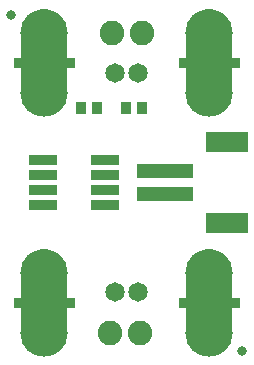
<source format=gbr>
G04 EAGLE Gerber RS-274X export*
G75*
%MOMM*%
%FSLAX34Y34*%
%LPD*%
%INSoldermask Top*%
%IPPOS*%
%AMOC8*
5,1,8,0,0,1.08239X$1,22.5*%
G01*
%ADD10R,4.803200X1.203200*%
%ADD11R,3.603200X1.803200*%
%ADD12C,1.651000*%
%ADD13C,4.013200*%
%ADD14R,1.473200X0.838200*%
%ADD15R,0.903200X1.103200*%
%ADD16R,2.413000X0.812800*%
%ADD17C,2.082800*%
%ADD18C,0.838200*%

G36*
X179415Y208988D02*
X179415Y208988D01*
X179478Y208989D01*
X182581Y209507D01*
X182621Y209522D01*
X182682Y209533D01*
X185658Y210555D01*
X185696Y210576D01*
X185754Y210597D01*
X188521Y212094D01*
X188555Y212121D01*
X188609Y212151D01*
X191092Y214084D01*
X191120Y214116D01*
X191169Y214155D01*
X193300Y216470D01*
X193323Y216506D01*
X193364Y216552D01*
X195085Y219186D01*
X195102Y219226D01*
X195135Y219278D01*
X196399Y222160D01*
X196409Y222202D01*
X196433Y222259D01*
X197205Y225309D01*
X197208Y225347D01*
X197218Y225378D01*
X197218Y225392D01*
X197222Y225412D01*
X197482Y228548D01*
X197480Y228571D01*
X197484Y228600D01*
X197484Y279400D01*
X197480Y279423D01*
X197482Y279452D01*
X197222Y282588D01*
X197211Y282629D01*
X197206Y282678D01*
X197206Y282684D01*
X197206Y282686D01*
X197205Y282691D01*
X196433Y285741D01*
X196415Y285780D01*
X196399Y285840D01*
X195135Y288722D01*
X195111Y288757D01*
X195085Y288814D01*
X193364Y291448D01*
X193335Y291479D01*
X193300Y291530D01*
X191169Y293845D01*
X191135Y293871D01*
X191092Y293916D01*
X188609Y295849D01*
X188571Y295868D01*
X188521Y295906D01*
X185754Y297403D01*
X185713Y297417D01*
X185658Y297445D01*
X182682Y298467D01*
X182640Y298473D01*
X182581Y298493D01*
X179478Y299011D01*
X179435Y299010D01*
X179373Y299019D01*
X176227Y299019D01*
X176185Y299012D01*
X176122Y299011D01*
X173019Y298493D01*
X172979Y298478D01*
X172918Y298467D01*
X169942Y297445D01*
X169904Y297425D01*
X169846Y297403D01*
X167079Y295906D01*
X167045Y295879D01*
X166991Y295849D01*
X164508Y293916D01*
X164480Y293884D01*
X164431Y293845D01*
X162300Y291530D01*
X162277Y291494D01*
X162236Y291448D01*
X160515Y288814D01*
X160498Y288774D01*
X160465Y288722D01*
X159201Y285840D01*
X159191Y285798D01*
X159167Y285741D01*
X158395Y282691D01*
X158393Y282665D01*
X158387Y282648D01*
X158388Y282630D01*
X158378Y282588D01*
X158118Y279452D01*
X158120Y279429D01*
X158116Y279400D01*
X158116Y228600D01*
X158120Y228577D01*
X158118Y228548D01*
X158378Y225412D01*
X158388Y225375D01*
X158389Y225341D01*
X158393Y225330D01*
X158395Y225309D01*
X159167Y222259D01*
X159185Y222220D01*
X159201Y222160D01*
X160465Y219278D01*
X160489Y219243D01*
X160515Y219186D01*
X162236Y216552D01*
X162265Y216521D01*
X162300Y216470D01*
X164431Y214155D01*
X164465Y214129D01*
X164508Y214084D01*
X166991Y212151D01*
X167029Y212132D01*
X167079Y212094D01*
X169846Y210597D01*
X169887Y210583D01*
X169942Y210555D01*
X172918Y209533D01*
X172960Y209527D01*
X173019Y209507D01*
X176122Y208989D01*
X176165Y208990D01*
X176227Y208981D01*
X179373Y208981D01*
X179415Y208988D01*
G37*
G36*
X39715Y208988D02*
X39715Y208988D01*
X39778Y208989D01*
X42881Y209507D01*
X42921Y209522D01*
X42982Y209533D01*
X45958Y210555D01*
X45996Y210576D01*
X46054Y210597D01*
X48821Y212094D01*
X48855Y212121D01*
X48909Y212151D01*
X51392Y214084D01*
X51420Y214116D01*
X51469Y214155D01*
X53600Y216470D01*
X53623Y216506D01*
X53664Y216552D01*
X55385Y219186D01*
X55402Y219226D01*
X55435Y219278D01*
X56699Y222160D01*
X56709Y222202D01*
X56733Y222259D01*
X57505Y225309D01*
X57508Y225347D01*
X57518Y225378D01*
X57518Y225392D01*
X57522Y225412D01*
X57782Y228548D01*
X57780Y228571D01*
X57784Y228600D01*
X57784Y279400D01*
X57780Y279423D01*
X57782Y279452D01*
X57522Y282588D01*
X57511Y282629D01*
X57506Y282678D01*
X57506Y282684D01*
X57506Y282686D01*
X57505Y282691D01*
X56733Y285741D01*
X56715Y285780D01*
X56699Y285840D01*
X55435Y288722D01*
X55411Y288757D01*
X55385Y288814D01*
X53664Y291448D01*
X53635Y291479D01*
X53600Y291530D01*
X51469Y293845D01*
X51435Y293871D01*
X51392Y293916D01*
X48909Y295849D01*
X48871Y295868D01*
X48821Y295906D01*
X46054Y297403D01*
X46013Y297417D01*
X45958Y297445D01*
X42982Y298467D01*
X42940Y298473D01*
X42881Y298493D01*
X39778Y299011D01*
X39735Y299010D01*
X39673Y299019D01*
X36527Y299019D01*
X36485Y299012D01*
X36422Y299011D01*
X33319Y298493D01*
X33279Y298478D01*
X33218Y298467D01*
X30242Y297445D01*
X30204Y297425D01*
X30146Y297403D01*
X27379Y295906D01*
X27345Y295879D01*
X27291Y295849D01*
X24808Y293916D01*
X24780Y293884D01*
X24731Y293845D01*
X22600Y291530D01*
X22577Y291494D01*
X22536Y291448D01*
X20815Y288814D01*
X20798Y288774D01*
X20765Y288722D01*
X19501Y285840D01*
X19491Y285798D01*
X19467Y285741D01*
X18695Y282691D01*
X18693Y282665D01*
X18687Y282648D01*
X18688Y282630D01*
X18678Y282588D01*
X18418Y279452D01*
X18420Y279429D01*
X18416Y279400D01*
X18416Y228600D01*
X18420Y228577D01*
X18418Y228548D01*
X18678Y225412D01*
X18688Y225375D01*
X18689Y225341D01*
X18693Y225330D01*
X18695Y225309D01*
X19467Y222259D01*
X19485Y222220D01*
X19501Y222160D01*
X20765Y219278D01*
X20789Y219243D01*
X20815Y219186D01*
X22536Y216552D01*
X22565Y216521D01*
X22600Y216470D01*
X24731Y214155D01*
X24765Y214129D01*
X24808Y214084D01*
X27291Y212151D01*
X27329Y212132D01*
X27379Y212094D01*
X30146Y210597D01*
X30187Y210583D01*
X30242Y210555D01*
X33218Y209533D01*
X33260Y209527D01*
X33319Y209507D01*
X36422Y208989D01*
X36465Y208990D01*
X36527Y208981D01*
X39673Y208981D01*
X39715Y208988D01*
G37*
G36*
X39715Y5788D02*
X39715Y5788D01*
X39778Y5789D01*
X42881Y6307D01*
X42921Y6322D01*
X42982Y6333D01*
X45958Y7355D01*
X45996Y7376D01*
X46054Y7397D01*
X48821Y8894D01*
X48855Y8921D01*
X48909Y8951D01*
X51392Y10884D01*
X51420Y10916D01*
X51469Y10955D01*
X53600Y13270D01*
X53623Y13306D01*
X53664Y13352D01*
X55385Y15986D01*
X55402Y16026D01*
X55435Y16078D01*
X56699Y18960D01*
X56709Y19002D01*
X56733Y19059D01*
X57505Y22109D01*
X57508Y22147D01*
X57518Y22178D01*
X57518Y22192D01*
X57522Y22212D01*
X57782Y25348D01*
X57780Y25371D01*
X57784Y25400D01*
X57784Y76200D01*
X57780Y76223D01*
X57782Y76252D01*
X57522Y79388D01*
X57511Y79429D01*
X57506Y79478D01*
X57506Y79484D01*
X57506Y79486D01*
X57505Y79491D01*
X56733Y82541D01*
X56715Y82580D01*
X56699Y82640D01*
X55435Y85522D01*
X55411Y85557D01*
X55385Y85614D01*
X53664Y88248D01*
X53635Y88279D01*
X53600Y88330D01*
X51469Y90645D01*
X51435Y90671D01*
X51392Y90716D01*
X48909Y92649D01*
X48871Y92668D01*
X48821Y92706D01*
X46054Y94203D01*
X46013Y94217D01*
X45958Y94245D01*
X42982Y95267D01*
X42940Y95273D01*
X42881Y95293D01*
X39778Y95811D01*
X39735Y95810D01*
X39673Y95819D01*
X36527Y95819D01*
X36485Y95812D01*
X36422Y95811D01*
X33319Y95293D01*
X33279Y95278D01*
X33218Y95267D01*
X30242Y94245D01*
X30204Y94225D01*
X30146Y94203D01*
X27379Y92706D01*
X27345Y92679D01*
X27291Y92649D01*
X24808Y90716D01*
X24780Y90684D01*
X24731Y90645D01*
X22600Y88330D01*
X22577Y88294D01*
X22536Y88248D01*
X20815Y85614D01*
X20798Y85574D01*
X20765Y85522D01*
X19501Y82640D01*
X19491Y82598D01*
X19467Y82541D01*
X18695Y79491D01*
X18693Y79465D01*
X18687Y79448D01*
X18688Y79430D01*
X18678Y79388D01*
X18418Y76252D01*
X18420Y76229D01*
X18416Y76200D01*
X18416Y25400D01*
X18420Y25377D01*
X18418Y25348D01*
X18678Y22212D01*
X18688Y22175D01*
X18689Y22141D01*
X18693Y22130D01*
X18695Y22109D01*
X19467Y19059D01*
X19485Y19020D01*
X19501Y18960D01*
X20765Y16078D01*
X20789Y16043D01*
X20815Y15986D01*
X22536Y13352D01*
X22565Y13321D01*
X22600Y13270D01*
X24731Y10955D01*
X24765Y10929D01*
X24808Y10884D01*
X27291Y8951D01*
X27329Y8932D01*
X27379Y8894D01*
X30146Y7397D01*
X30187Y7383D01*
X30242Y7355D01*
X33218Y6333D01*
X33260Y6327D01*
X33319Y6307D01*
X36422Y5789D01*
X36465Y5790D01*
X36527Y5781D01*
X39673Y5781D01*
X39715Y5788D01*
G37*
G36*
X179415Y5788D02*
X179415Y5788D01*
X179478Y5789D01*
X182581Y6307D01*
X182621Y6322D01*
X182682Y6333D01*
X185658Y7355D01*
X185696Y7376D01*
X185754Y7397D01*
X188521Y8894D01*
X188555Y8921D01*
X188609Y8951D01*
X191092Y10884D01*
X191120Y10916D01*
X191169Y10955D01*
X193300Y13270D01*
X193323Y13306D01*
X193364Y13352D01*
X195085Y15986D01*
X195102Y16026D01*
X195135Y16078D01*
X196399Y18960D01*
X196409Y19002D01*
X196433Y19059D01*
X197205Y22109D01*
X197208Y22147D01*
X197218Y22178D01*
X197218Y22192D01*
X197222Y22212D01*
X197482Y25348D01*
X197480Y25371D01*
X197484Y25400D01*
X197484Y76200D01*
X197480Y76223D01*
X197482Y76252D01*
X197222Y79388D01*
X197211Y79429D01*
X197206Y79478D01*
X197206Y79484D01*
X197206Y79486D01*
X197205Y79491D01*
X196433Y82541D01*
X196415Y82580D01*
X196399Y82640D01*
X195135Y85522D01*
X195111Y85557D01*
X195085Y85614D01*
X193364Y88248D01*
X193335Y88279D01*
X193300Y88330D01*
X191169Y90645D01*
X191135Y90671D01*
X191092Y90716D01*
X188609Y92649D01*
X188571Y92668D01*
X188521Y92706D01*
X185754Y94203D01*
X185713Y94217D01*
X185658Y94245D01*
X182682Y95267D01*
X182640Y95273D01*
X182581Y95293D01*
X179478Y95811D01*
X179435Y95810D01*
X179373Y95819D01*
X176227Y95819D01*
X176185Y95812D01*
X176122Y95811D01*
X173019Y95293D01*
X172979Y95278D01*
X172918Y95267D01*
X169942Y94245D01*
X169904Y94225D01*
X169846Y94203D01*
X167079Y92706D01*
X167045Y92679D01*
X166991Y92649D01*
X164508Y90716D01*
X164480Y90684D01*
X164431Y90645D01*
X162300Y88330D01*
X162277Y88294D01*
X162236Y88248D01*
X160515Y85614D01*
X160498Y85574D01*
X160465Y85522D01*
X159201Y82640D01*
X159191Y82598D01*
X159167Y82541D01*
X158395Y79491D01*
X158393Y79465D01*
X158387Y79448D01*
X158388Y79430D01*
X158378Y79388D01*
X158118Y76252D01*
X158120Y76229D01*
X158116Y76200D01*
X158116Y25400D01*
X158120Y25377D01*
X158118Y25348D01*
X158378Y22212D01*
X158388Y22175D01*
X158389Y22141D01*
X158393Y22130D01*
X158395Y22109D01*
X159167Y19059D01*
X159185Y19020D01*
X159201Y18960D01*
X160465Y16078D01*
X160489Y16043D01*
X160515Y15986D01*
X162236Y13352D01*
X162265Y13321D01*
X162300Y13270D01*
X164431Y10955D01*
X164465Y10929D01*
X164508Y10884D01*
X166991Y8951D01*
X167029Y8932D01*
X167079Y8894D01*
X169846Y7397D01*
X169887Y7383D01*
X169942Y7355D01*
X172918Y6333D01*
X172960Y6327D01*
X173019Y6307D01*
X176122Y5789D01*
X176165Y5790D01*
X176227Y5781D01*
X179373Y5781D01*
X179415Y5788D01*
G37*
D10*
X140800Y162400D03*
X140800Y142400D03*
D11*
X192800Y186400D03*
X192800Y118400D03*
D12*
X97950Y245110D03*
X117950Y245110D03*
D13*
X38100Y279400D03*
X38100Y228600D03*
D14*
X57150Y254000D03*
X19050Y254000D03*
D12*
X117950Y59690D03*
X97950Y59690D03*
D13*
X177800Y228600D03*
X177800Y279400D03*
D14*
X158750Y254000D03*
X196850Y254000D03*
D13*
X177800Y25400D03*
X177800Y76200D03*
D14*
X158750Y50800D03*
X196850Y50800D03*
D13*
X38100Y76200D03*
X38100Y25400D03*
D14*
X57150Y50800D03*
X19050Y50800D03*
D15*
X69700Y215900D03*
X82700Y215900D03*
X107800Y215900D03*
X120800Y215900D03*
D16*
X89662Y133350D03*
X89662Y146050D03*
X89662Y158750D03*
X89662Y171450D03*
X37338Y171450D03*
X37338Y158750D03*
X37338Y146050D03*
X37338Y133350D03*
D17*
X93980Y25400D03*
X119380Y25400D03*
X120650Y279400D03*
X95250Y279400D03*
D18*
X205740Y10160D03*
X10160Y294640D03*
M02*

</source>
